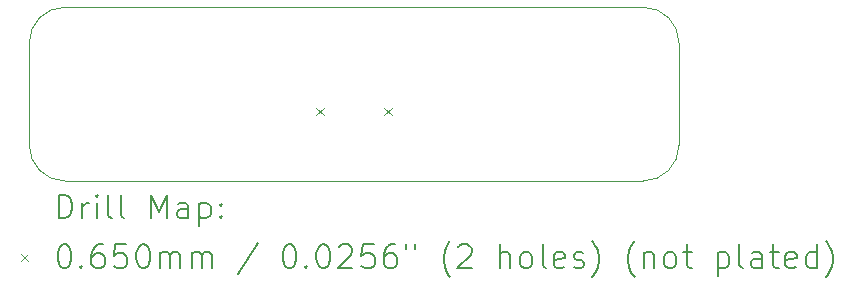
<source format=gbr>
%FSLAX45Y45*%
G04 Gerber Fmt 4.5, Leading zero omitted, Abs format (unit mm)*
G04 Created by KiCad (PCBNEW (5.99.0-12267-gfe608bfcef)) date 2021-11-07 23:23:37*
%MOMM*%
%LPD*%
G01*
G04 APERTURE LIST*
%TA.AperFunction,Profile*%
%ADD10C,0.050000*%
%TD*%
%ADD11C,0.200000*%
%ADD12C,0.065000*%
G04 APERTURE END LIST*
D10*
X11730000Y-9120000D02*
G75*
G03*
X12030000Y-9420000I300000J0D01*
G01*
X17230000Y-8250000D02*
X17230000Y-9120000D01*
X16930000Y-9420000D02*
X12030000Y-9420000D01*
X17230000Y-8250000D02*
G75*
G03*
X16930000Y-7950000I-300000J0D01*
G01*
X16930000Y-9420000D02*
G75*
G03*
X17230000Y-9120000I0J300000D01*
G01*
X12030000Y-7950000D02*
X16930000Y-7950000D01*
X11730000Y-8250000D02*
G75*
G02*
X12030000Y-7950000I300000J0D01*
G01*
X11730000Y-8250000D02*
X11730000Y-9120000D01*
D11*
D12*
X14158500Y-8799500D02*
X14223500Y-8864500D01*
X14223500Y-8799500D02*
X14158500Y-8864500D01*
X14736500Y-8799500D02*
X14801500Y-8864500D01*
X14801500Y-8799500D02*
X14736500Y-8864500D01*
D11*
X11980119Y-9737976D02*
X11980119Y-9537976D01*
X12027738Y-9537976D01*
X12056309Y-9547500D01*
X12075357Y-9566548D01*
X12084881Y-9585595D01*
X12094405Y-9623690D01*
X12094405Y-9652262D01*
X12084881Y-9690357D01*
X12075357Y-9709405D01*
X12056309Y-9728452D01*
X12027738Y-9737976D01*
X11980119Y-9737976D01*
X12180119Y-9737976D02*
X12180119Y-9604643D01*
X12180119Y-9642738D02*
X12189643Y-9623690D01*
X12199167Y-9614167D01*
X12218214Y-9604643D01*
X12237262Y-9604643D01*
X12303928Y-9737976D02*
X12303928Y-9604643D01*
X12303928Y-9537976D02*
X12294405Y-9547500D01*
X12303928Y-9557024D01*
X12313452Y-9547500D01*
X12303928Y-9537976D01*
X12303928Y-9557024D01*
X12427738Y-9737976D02*
X12408690Y-9728452D01*
X12399167Y-9709405D01*
X12399167Y-9537976D01*
X12532500Y-9737976D02*
X12513452Y-9728452D01*
X12503928Y-9709405D01*
X12503928Y-9537976D01*
X12761071Y-9737976D02*
X12761071Y-9537976D01*
X12827738Y-9680833D01*
X12894405Y-9537976D01*
X12894405Y-9737976D01*
X13075357Y-9737976D02*
X13075357Y-9633214D01*
X13065833Y-9614167D01*
X13046786Y-9604643D01*
X13008690Y-9604643D01*
X12989643Y-9614167D01*
X13075357Y-9728452D02*
X13056309Y-9737976D01*
X13008690Y-9737976D01*
X12989643Y-9728452D01*
X12980119Y-9709405D01*
X12980119Y-9690357D01*
X12989643Y-9671310D01*
X13008690Y-9661786D01*
X13056309Y-9661786D01*
X13075357Y-9652262D01*
X13170595Y-9604643D02*
X13170595Y-9804643D01*
X13170595Y-9614167D02*
X13189643Y-9604643D01*
X13227738Y-9604643D01*
X13246786Y-9614167D01*
X13256309Y-9623690D01*
X13265833Y-9642738D01*
X13265833Y-9699881D01*
X13256309Y-9718929D01*
X13246786Y-9728452D01*
X13227738Y-9737976D01*
X13189643Y-9737976D01*
X13170595Y-9728452D01*
X13351548Y-9718929D02*
X13361071Y-9728452D01*
X13351548Y-9737976D01*
X13342024Y-9728452D01*
X13351548Y-9718929D01*
X13351548Y-9737976D01*
X13351548Y-9614167D02*
X13361071Y-9623690D01*
X13351548Y-9633214D01*
X13342024Y-9623690D01*
X13351548Y-9614167D01*
X13351548Y-9633214D01*
D12*
X11657500Y-10035000D02*
X11722500Y-10100000D01*
X11722500Y-10035000D02*
X11657500Y-10100000D01*
D11*
X12018214Y-9957976D02*
X12037262Y-9957976D01*
X12056309Y-9967500D01*
X12065833Y-9977024D01*
X12075357Y-9996071D01*
X12084881Y-10034167D01*
X12084881Y-10081786D01*
X12075357Y-10119881D01*
X12065833Y-10138929D01*
X12056309Y-10148452D01*
X12037262Y-10157976D01*
X12018214Y-10157976D01*
X11999167Y-10148452D01*
X11989643Y-10138929D01*
X11980119Y-10119881D01*
X11970595Y-10081786D01*
X11970595Y-10034167D01*
X11980119Y-9996071D01*
X11989643Y-9977024D01*
X11999167Y-9967500D01*
X12018214Y-9957976D01*
X12170595Y-10138929D02*
X12180119Y-10148452D01*
X12170595Y-10157976D01*
X12161071Y-10148452D01*
X12170595Y-10138929D01*
X12170595Y-10157976D01*
X12351548Y-9957976D02*
X12313452Y-9957976D01*
X12294405Y-9967500D01*
X12284881Y-9977024D01*
X12265833Y-10005595D01*
X12256309Y-10043690D01*
X12256309Y-10119881D01*
X12265833Y-10138929D01*
X12275357Y-10148452D01*
X12294405Y-10157976D01*
X12332500Y-10157976D01*
X12351548Y-10148452D01*
X12361071Y-10138929D01*
X12370595Y-10119881D01*
X12370595Y-10072262D01*
X12361071Y-10053214D01*
X12351548Y-10043690D01*
X12332500Y-10034167D01*
X12294405Y-10034167D01*
X12275357Y-10043690D01*
X12265833Y-10053214D01*
X12256309Y-10072262D01*
X12551548Y-9957976D02*
X12456309Y-9957976D01*
X12446786Y-10053214D01*
X12456309Y-10043690D01*
X12475357Y-10034167D01*
X12522976Y-10034167D01*
X12542024Y-10043690D01*
X12551548Y-10053214D01*
X12561071Y-10072262D01*
X12561071Y-10119881D01*
X12551548Y-10138929D01*
X12542024Y-10148452D01*
X12522976Y-10157976D01*
X12475357Y-10157976D01*
X12456309Y-10148452D01*
X12446786Y-10138929D01*
X12684881Y-9957976D02*
X12703928Y-9957976D01*
X12722976Y-9967500D01*
X12732500Y-9977024D01*
X12742024Y-9996071D01*
X12751548Y-10034167D01*
X12751548Y-10081786D01*
X12742024Y-10119881D01*
X12732500Y-10138929D01*
X12722976Y-10148452D01*
X12703928Y-10157976D01*
X12684881Y-10157976D01*
X12665833Y-10148452D01*
X12656309Y-10138929D01*
X12646786Y-10119881D01*
X12637262Y-10081786D01*
X12637262Y-10034167D01*
X12646786Y-9996071D01*
X12656309Y-9977024D01*
X12665833Y-9967500D01*
X12684881Y-9957976D01*
X12837262Y-10157976D02*
X12837262Y-10024643D01*
X12837262Y-10043690D02*
X12846786Y-10034167D01*
X12865833Y-10024643D01*
X12894405Y-10024643D01*
X12913452Y-10034167D01*
X12922976Y-10053214D01*
X12922976Y-10157976D01*
X12922976Y-10053214D02*
X12932500Y-10034167D01*
X12951548Y-10024643D01*
X12980119Y-10024643D01*
X12999167Y-10034167D01*
X13008690Y-10053214D01*
X13008690Y-10157976D01*
X13103928Y-10157976D02*
X13103928Y-10024643D01*
X13103928Y-10043690D02*
X13113452Y-10034167D01*
X13132500Y-10024643D01*
X13161071Y-10024643D01*
X13180119Y-10034167D01*
X13189643Y-10053214D01*
X13189643Y-10157976D01*
X13189643Y-10053214D02*
X13199167Y-10034167D01*
X13218214Y-10024643D01*
X13246786Y-10024643D01*
X13265833Y-10034167D01*
X13275357Y-10053214D01*
X13275357Y-10157976D01*
X13665833Y-9948452D02*
X13494405Y-10205595D01*
X13922976Y-9957976D02*
X13942024Y-9957976D01*
X13961071Y-9967500D01*
X13970595Y-9977024D01*
X13980119Y-9996071D01*
X13989643Y-10034167D01*
X13989643Y-10081786D01*
X13980119Y-10119881D01*
X13970595Y-10138929D01*
X13961071Y-10148452D01*
X13942024Y-10157976D01*
X13922976Y-10157976D01*
X13903928Y-10148452D01*
X13894405Y-10138929D01*
X13884881Y-10119881D01*
X13875357Y-10081786D01*
X13875357Y-10034167D01*
X13884881Y-9996071D01*
X13894405Y-9977024D01*
X13903928Y-9967500D01*
X13922976Y-9957976D01*
X14075357Y-10138929D02*
X14084881Y-10148452D01*
X14075357Y-10157976D01*
X14065833Y-10148452D01*
X14075357Y-10138929D01*
X14075357Y-10157976D01*
X14208690Y-9957976D02*
X14227738Y-9957976D01*
X14246786Y-9967500D01*
X14256309Y-9977024D01*
X14265833Y-9996071D01*
X14275357Y-10034167D01*
X14275357Y-10081786D01*
X14265833Y-10119881D01*
X14256309Y-10138929D01*
X14246786Y-10148452D01*
X14227738Y-10157976D01*
X14208690Y-10157976D01*
X14189643Y-10148452D01*
X14180119Y-10138929D01*
X14170595Y-10119881D01*
X14161071Y-10081786D01*
X14161071Y-10034167D01*
X14170595Y-9996071D01*
X14180119Y-9977024D01*
X14189643Y-9967500D01*
X14208690Y-9957976D01*
X14351548Y-9977024D02*
X14361071Y-9967500D01*
X14380119Y-9957976D01*
X14427738Y-9957976D01*
X14446786Y-9967500D01*
X14456309Y-9977024D01*
X14465833Y-9996071D01*
X14465833Y-10015119D01*
X14456309Y-10043690D01*
X14342024Y-10157976D01*
X14465833Y-10157976D01*
X14646786Y-9957976D02*
X14551548Y-9957976D01*
X14542024Y-10053214D01*
X14551548Y-10043690D01*
X14570595Y-10034167D01*
X14618214Y-10034167D01*
X14637262Y-10043690D01*
X14646786Y-10053214D01*
X14656309Y-10072262D01*
X14656309Y-10119881D01*
X14646786Y-10138929D01*
X14637262Y-10148452D01*
X14618214Y-10157976D01*
X14570595Y-10157976D01*
X14551548Y-10148452D01*
X14542024Y-10138929D01*
X14827738Y-9957976D02*
X14789643Y-9957976D01*
X14770595Y-9967500D01*
X14761071Y-9977024D01*
X14742024Y-10005595D01*
X14732500Y-10043690D01*
X14732500Y-10119881D01*
X14742024Y-10138929D01*
X14751548Y-10148452D01*
X14770595Y-10157976D01*
X14808690Y-10157976D01*
X14827738Y-10148452D01*
X14837262Y-10138929D01*
X14846786Y-10119881D01*
X14846786Y-10072262D01*
X14837262Y-10053214D01*
X14827738Y-10043690D01*
X14808690Y-10034167D01*
X14770595Y-10034167D01*
X14751548Y-10043690D01*
X14742024Y-10053214D01*
X14732500Y-10072262D01*
X14922976Y-9957976D02*
X14922976Y-9996071D01*
X14999167Y-9957976D02*
X14999167Y-9996071D01*
X15294405Y-10234167D02*
X15284881Y-10224643D01*
X15265833Y-10196071D01*
X15256309Y-10177024D01*
X15246786Y-10148452D01*
X15237262Y-10100833D01*
X15237262Y-10062738D01*
X15246786Y-10015119D01*
X15256309Y-9986548D01*
X15265833Y-9967500D01*
X15284881Y-9938929D01*
X15294405Y-9929405D01*
X15361071Y-9977024D02*
X15370595Y-9967500D01*
X15389643Y-9957976D01*
X15437262Y-9957976D01*
X15456309Y-9967500D01*
X15465833Y-9977024D01*
X15475357Y-9996071D01*
X15475357Y-10015119D01*
X15465833Y-10043690D01*
X15351548Y-10157976D01*
X15475357Y-10157976D01*
X15713452Y-10157976D02*
X15713452Y-9957976D01*
X15799167Y-10157976D02*
X15799167Y-10053214D01*
X15789643Y-10034167D01*
X15770595Y-10024643D01*
X15742024Y-10024643D01*
X15722976Y-10034167D01*
X15713452Y-10043690D01*
X15922976Y-10157976D02*
X15903928Y-10148452D01*
X15894405Y-10138929D01*
X15884881Y-10119881D01*
X15884881Y-10062738D01*
X15894405Y-10043690D01*
X15903928Y-10034167D01*
X15922976Y-10024643D01*
X15951548Y-10024643D01*
X15970595Y-10034167D01*
X15980119Y-10043690D01*
X15989643Y-10062738D01*
X15989643Y-10119881D01*
X15980119Y-10138929D01*
X15970595Y-10148452D01*
X15951548Y-10157976D01*
X15922976Y-10157976D01*
X16103928Y-10157976D02*
X16084881Y-10148452D01*
X16075357Y-10129405D01*
X16075357Y-9957976D01*
X16256309Y-10148452D02*
X16237262Y-10157976D01*
X16199167Y-10157976D01*
X16180119Y-10148452D01*
X16170595Y-10129405D01*
X16170595Y-10053214D01*
X16180119Y-10034167D01*
X16199167Y-10024643D01*
X16237262Y-10024643D01*
X16256309Y-10034167D01*
X16265833Y-10053214D01*
X16265833Y-10072262D01*
X16170595Y-10091310D01*
X16342024Y-10148452D02*
X16361071Y-10157976D01*
X16399167Y-10157976D01*
X16418214Y-10148452D01*
X16427738Y-10129405D01*
X16427738Y-10119881D01*
X16418214Y-10100833D01*
X16399167Y-10091310D01*
X16370595Y-10091310D01*
X16351548Y-10081786D01*
X16342024Y-10062738D01*
X16342024Y-10053214D01*
X16351548Y-10034167D01*
X16370595Y-10024643D01*
X16399167Y-10024643D01*
X16418214Y-10034167D01*
X16494405Y-10234167D02*
X16503928Y-10224643D01*
X16522976Y-10196071D01*
X16532500Y-10177024D01*
X16542024Y-10148452D01*
X16551548Y-10100833D01*
X16551548Y-10062738D01*
X16542024Y-10015119D01*
X16532500Y-9986548D01*
X16522976Y-9967500D01*
X16503928Y-9938929D01*
X16494405Y-9929405D01*
X16856310Y-10234167D02*
X16846786Y-10224643D01*
X16827738Y-10196071D01*
X16818214Y-10177024D01*
X16808690Y-10148452D01*
X16799167Y-10100833D01*
X16799167Y-10062738D01*
X16808690Y-10015119D01*
X16818214Y-9986548D01*
X16827738Y-9967500D01*
X16846786Y-9938929D01*
X16856310Y-9929405D01*
X16932500Y-10024643D02*
X16932500Y-10157976D01*
X16932500Y-10043690D02*
X16942024Y-10034167D01*
X16961071Y-10024643D01*
X16989643Y-10024643D01*
X17008690Y-10034167D01*
X17018214Y-10053214D01*
X17018214Y-10157976D01*
X17142024Y-10157976D02*
X17122976Y-10148452D01*
X17113452Y-10138929D01*
X17103929Y-10119881D01*
X17103929Y-10062738D01*
X17113452Y-10043690D01*
X17122976Y-10034167D01*
X17142024Y-10024643D01*
X17170595Y-10024643D01*
X17189643Y-10034167D01*
X17199167Y-10043690D01*
X17208690Y-10062738D01*
X17208690Y-10119881D01*
X17199167Y-10138929D01*
X17189643Y-10148452D01*
X17170595Y-10157976D01*
X17142024Y-10157976D01*
X17265833Y-10024643D02*
X17342024Y-10024643D01*
X17294405Y-9957976D02*
X17294405Y-10129405D01*
X17303929Y-10148452D01*
X17322976Y-10157976D01*
X17342024Y-10157976D01*
X17561071Y-10024643D02*
X17561071Y-10224643D01*
X17561071Y-10034167D02*
X17580119Y-10024643D01*
X17618214Y-10024643D01*
X17637262Y-10034167D01*
X17646786Y-10043690D01*
X17656310Y-10062738D01*
X17656310Y-10119881D01*
X17646786Y-10138929D01*
X17637262Y-10148452D01*
X17618214Y-10157976D01*
X17580119Y-10157976D01*
X17561071Y-10148452D01*
X17770595Y-10157976D02*
X17751548Y-10148452D01*
X17742024Y-10129405D01*
X17742024Y-9957976D01*
X17932500Y-10157976D02*
X17932500Y-10053214D01*
X17922976Y-10034167D01*
X17903929Y-10024643D01*
X17865833Y-10024643D01*
X17846786Y-10034167D01*
X17932500Y-10148452D02*
X17913452Y-10157976D01*
X17865833Y-10157976D01*
X17846786Y-10148452D01*
X17837262Y-10129405D01*
X17837262Y-10110357D01*
X17846786Y-10091310D01*
X17865833Y-10081786D01*
X17913452Y-10081786D01*
X17932500Y-10072262D01*
X17999167Y-10024643D02*
X18075357Y-10024643D01*
X18027738Y-9957976D02*
X18027738Y-10129405D01*
X18037262Y-10148452D01*
X18056310Y-10157976D01*
X18075357Y-10157976D01*
X18218214Y-10148452D02*
X18199167Y-10157976D01*
X18161071Y-10157976D01*
X18142024Y-10148452D01*
X18132500Y-10129405D01*
X18132500Y-10053214D01*
X18142024Y-10034167D01*
X18161071Y-10024643D01*
X18199167Y-10024643D01*
X18218214Y-10034167D01*
X18227738Y-10053214D01*
X18227738Y-10072262D01*
X18132500Y-10091310D01*
X18399167Y-10157976D02*
X18399167Y-9957976D01*
X18399167Y-10148452D02*
X18380119Y-10157976D01*
X18342024Y-10157976D01*
X18322976Y-10148452D01*
X18313452Y-10138929D01*
X18303929Y-10119881D01*
X18303929Y-10062738D01*
X18313452Y-10043690D01*
X18322976Y-10034167D01*
X18342024Y-10024643D01*
X18380119Y-10024643D01*
X18399167Y-10034167D01*
X18475357Y-10234167D02*
X18484881Y-10224643D01*
X18503929Y-10196071D01*
X18513452Y-10177024D01*
X18522976Y-10148452D01*
X18532500Y-10100833D01*
X18532500Y-10062738D01*
X18522976Y-10015119D01*
X18513452Y-9986548D01*
X18503929Y-9967500D01*
X18484881Y-9938929D01*
X18475357Y-9929405D01*
M02*

</source>
